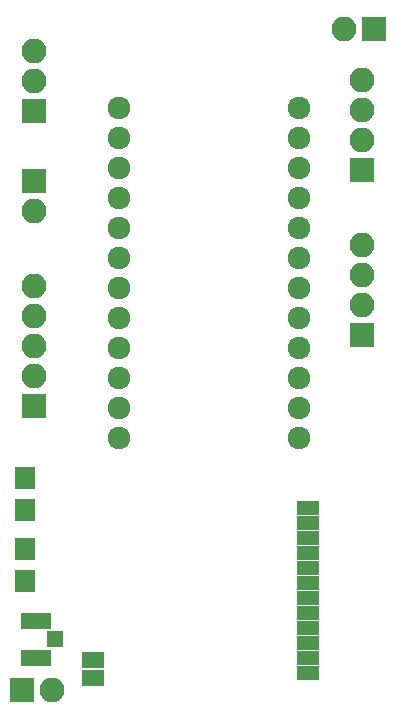
<source format=gbr>
G04 #@! TF.GenerationSoftware,KiCad,Pcbnew,(5.1.2-1)-1*
G04 #@! TF.CreationDate,2020-05-14T07:39:01+12:00*
G04 #@! TF.ProjectId,RatTrapSensorPCB,52617454-7261-4705-9365-6e736f725043,1.0*
G04 #@! TF.SameCoordinates,Original*
G04 #@! TF.FileFunction,Soldermask,Top*
G04 #@! TF.FilePolarity,Negative*
%FSLAX46Y46*%
G04 Gerber Fmt 4.6, Leading zero omitted, Abs format (unit mm)*
G04 Created by KiCad (PCBNEW (5.1.2-1)-1) date 2020-05-14 07:39:01*
%MOMM*%
%LPD*%
G04 APERTURE LIST*
%ADD10R,1.700000X1.900000*%
%ADD11R,2.100000X2.100000*%
%ADD12O,2.100000X2.100000*%
%ADD13R,1.924000X1.400000*%
%ADD14R,1.924000X1.200000*%
%ADD15R,2.600000X1.400000*%
%ADD16R,1.450000X1.400000*%
%ADD17C,1.924000*%
G04 APERTURE END LIST*
D10*
X143000000Y-142650000D03*
X143000000Y-145350000D03*
D11*
X143825000Y-111550000D03*
D12*
X143825000Y-109010000D03*
X143825000Y-106470000D03*
D11*
X143825000Y-136550000D03*
D12*
X143825000Y-134010000D03*
X143825000Y-131470000D03*
X143825000Y-128930000D03*
X143825000Y-126390000D03*
D11*
X171550000Y-130550000D03*
D12*
X171550000Y-128010000D03*
X171550000Y-125470000D03*
X171550000Y-122930000D03*
D11*
X171550000Y-116550000D03*
D12*
X171550000Y-114010000D03*
X171550000Y-111470000D03*
X171550000Y-108930000D03*
D11*
X172625000Y-104675000D03*
D12*
X170085000Y-104675000D03*
D10*
X143000000Y-148650000D03*
X143000000Y-151350000D03*
D11*
X143825000Y-117550000D03*
D12*
X143825000Y-120090000D03*
D13*
X148800000Y-158100000D03*
D14*
X167000000Y-145230000D03*
X167000000Y-146500000D03*
X167000000Y-147770000D03*
X167000000Y-149040000D03*
X167000000Y-150310000D03*
X167000000Y-151580000D03*
X167000000Y-152850000D03*
X167000000Y-154120000D03*
X167000000Y-155390000D03*
X167000000Y-156660000D03*
X167000000Y-157930000D03*
X167000000Y-159200000D03*
D13*
X148800000Y-159600000D03*
D15*
X143950000Y-157875000D03*
X143950000Y-154775000D03*
D16*
X145550000Y-156275000D03*
D17*
X151041100Y-111353600D03*
X151041100Y-113893600D03*
X151041100Y-116433600D03*
X151041100Y-118973600D03*
X151041100Y-121513600D03*
X151041100Y-124053600D03*
X151041100Y-126593600D03*
X151041100Y-129133600D03*
X151041100Y-131673600D03*
X151041100Y-134213600D03*
X151041100Y-136753600D03*
X151041100Y-139293600D03*
X166281100Y-111353600D03*
X166281100Y-113893600D03*
X166281100Y-116433600D03*
X166281100Y-118973600D03*
X166281100Y-121513600D03*
X166281100Y-124053600D03*
X166281100Y-126593600D03*
X166281100Y-129133600D03*
X166281100Y-131673600D03*
X166281100Y-134213600D03*
X166281100Y-136753600D03*
X166281100Y-139293600D03*
D11*
X142775000Y-160650000D03*
D12*
X145315000Y-160650000D03*
M02*

</source>
